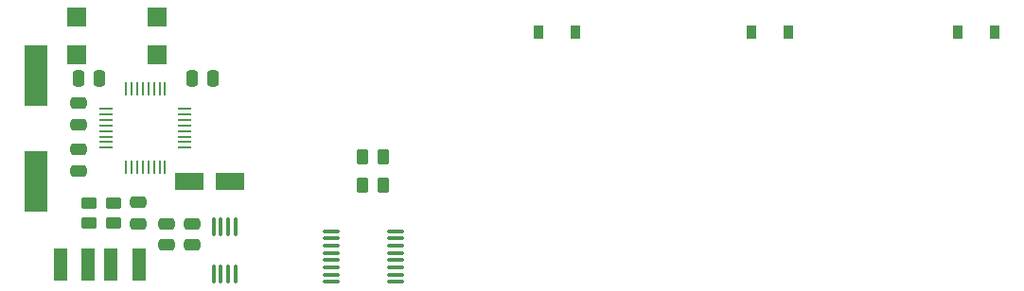
<source format=gbr>
%TF.GenerationSoftware,KiCad,Pcbnew,(6.0.7)*%
%TF.CreationDate,2022-08-19T11:16:44-06:00*%
%TF.ProjectId,ogx360,6f677833-3630-42e6-9b69-6361645f7063,rev?*%
%TF.SameCoordinates,Original*%
%TF.FileFunction,Paste,Top*%
%TF.FilePolarity,Positive*%
%FSLAX46Y46*%
G04 Gerber Fmt 4.6, Leading zero omitted, Abs format (unit mm)*
G04 Created by KiCad (PCBNEW (6.0.7)) date 2022-08-19 11:16:44*
%MOMM*%
%LPD*%
G01*
G04 APERTURE LIST*
G04 Aperture macros list*
%AMRoundRect*
0 Rectangle with rounded corners*
0 $1 Rounding radius*
0 $2 $3 $4 $5 $6 $7 $8 $9 X,Y pos of 4 corners*
0 Add a 4 corners polygon primitive as box body*
4,1,4,$2,$3,$4,$5,$6,$7,$8,$9,$2,$3,0*
0 Add four circle primitives for the rounded corners*
1,1,$1+$1,$2,$3*
1,1,$1+$1,$4,$5*
1,1,$1+$1,$6,$7*
1,1,$1+$1,$8,$9*
0 Add four rect primitives between the rounded corners*
20,1,$1+$1,$2,$3,$4,$5,0*
20,1,$1+$1,$4,$5,$6,$7,0*
20,1,$1+$1,$6,$7,$8,$9,0*
20,1,$1+$1,$8,$9,$2,$3,0*%
G04 Aperture macros list end*
%ADD10RoundRect,0.250000X-1.050000X-0.550000X1.050000X-0.550000X1.050000X0.550000X-1.050000X0.550000X0*%
%ADD11R,0.254000X1.143000*%
%ADD12R,1.143000X0.254000*%
%ADD13RoundRect,0.250000X-0.262500X-0.450000X0.262500X-0.450000X0.262500X0.450000X-0.262500X0.450000X0*%
%ADD14R,0.900000X1.200000*%
%ADD15RoundRect,0.250000X0.475000X-0.250000X0.475000X0.250000X-0.475000X0.250000X-0.475000X-0.250000X0*%
%ADD16R,1.250000X3.000000*%
%ADD17RoundRect,0.250000X0.250000X0.475000X-0.250000X0.475000X-0.250000X-0.475000X0.250000X-0.475000X0*%
%ADD18RoundRect,0.100000X-0.100000X0.712500X-0.100000X-0.712500X0.100000X-0.712500X0.100000X0.712500X0*%
%ADD19RoundRect,0.250000X-0.475000X0.250000X-0.475000X-0.250000X0.475000X-0.250000X0.475000X0.250000X0*%
%ADD20R,1.778000X1.778000*%
%ADD21R,1.778000X1.779000*%
%ADD22RoundRect,0.250000X-0.450000X0.262500X-0.450000X-0.262500X0.450000X-0.262500X0.450000X0.262500X0*%
%ADD23R,2.000000X5.500000*%
%ADD24RoundRect,0.100000X-0.637500X-0.100000X0.637500X-0.100000X0.637500X0.100000X-0.637500X0.100000X0*%
%ADD25RoundRect,0.250000X-0.250000X-0.475000X0.250000X-0.475000X0.250000X0.475000X-0.250000X0.475000X0*%
G04 APERTURE END LIST*
D10*
%TO.C,C6*%
X115916100Y-104273700D03*
X119516100Y-104273700D03*
%TD*%
D11*
%TO.C,U1*%
X110251100Y-103011200D03*
X110751100Y-103011200D03*
X111251100Y-103011200D03*
X111751100Y-103011200D03*
X112251100Y-103011200D03*
X112751100Y-103011200D03*
X113251100Y-103011200D03*
X113751100Y-103011200D03*
D12*
X115501100Y-101261200D03*
X115501100Y-100761200D03*
X115501100Y-100261200D03*
X115501100Y-99761200D03*
X115501100Y-99261200D03*
X115501100Y-98761200D03*
X115501100Y-98261200D03*
X115501100Y-97761200D03*
D11*
X113751100Y-96011200D03*
X113251100Y-96011200D03*
X112751100Y-96011200D03*
X112251100Y-96011200D03*
X111751100Y-96011200D03*
X111251100Y-96011200D03*
X110751100Y-96011200D03*
X110251100Y-96011200D03*
D12*
X108501100Y-97761200D03*
X108501100Y-98261200D03*
X108501100Y-98761200D03*
X108501100Y-99261200D03*
X108501100Y-99761200D03*
X108501100Y-100261200D03*
X108501100Y-100761200D03*
X108501100Y-101261200D03*
%TD*%
D13*
%TO.C,R3*%
X131408600Y-104591200D03*
X133233600Y-104591200D03*
%TD*%
D14*
%TO.C,D2*%
X169531100Y-90938700D03*
X166231100Y-90938700D03*
%TD*%
D15*
%TO.C,C2*%
X105968600Y-103318700D03*
X105968600Y-101418700D03*
%TD*%
D16*
%TO.C,J1*%
X104389000Y-111736600D03*
X106889000Y-111736600D03*
X108889000Y-111736600D03*
X111389000Y-111736600D03*
%TD*%
D17*
%TO.C,C5*%
X107871100Y-95066200D03*
X105971100Y-95066200D03*
%TD*%
D13*
%TO.C,R4*%
X131408600Y-102051200D03*
X133233600Y-102051200D03*
%TD*%
D18*
%TO.C,U3*%
X120040000Y-108384100D03*
X119390000Y-108384100D03*
X118740000Y-108384100D03*
X118090000Y-108384100D03*
X118090000Y-112609100D03*
X118740000Y-112609100D03*
X119390000Y-112609100D03*
X120040000Y-112609100D03*
%TD*%
D14*
%TO.C,D3*%
X187946100Y-90938700D03*
X184646100Y-90938700D03*
%TD*%
D19*
%TO.C,C3*%
X105968600Y-97291200D03*
X105968600Y-99191200D03*
%TD*%
%TO.C,C8*%
X116128600Y-108086200D03*
X116128600Y-109986200D03*
%TD*%
%TO.C,C7*%
X113906100Y-108086200D03*
X113906100Y-109986200D03*
%TD*%
%TO.C,C4*%
X111366100Y-106181200D03*
X111366100Y-108081200D03*
%TD*%
D20*
%TO.C,SW1*%
X105861100Y-92956200D03*
X113061100Y-92956200D03*
X105861100Y-89556200D03*
D21*
X113061100Y-89556200D03*
%TD*%
D22*
%TO.C,R1*%
X109143600Y-106218700D03*
X109143600Y-108043700D03*
%TD*%
D14*
%TO.C,D1*%
X150481100Y-90938700D03*
X147181100Y-90938700D03*
%TD*%
D23*
%TO.C,Y1*%
X102158600Y-104261200D03*
X102158600Y-94761200D03*
%TD*%
D24*
%TO.C,U2*%
X128648500Y-108729600D03*
X128648500Y-109379600D03*
X128648500Y-110029600D03*
X128648500Y-110679600D03*
X128648500Y-111329600D03*
X128648500Y-111979600D03*
X128648500Y-112629600D03*
X128648500Y-113279600D03*
X134373500Y-113279600D03*
X134373500Y-112629600D03*
X134373500Y-111979600D03*
X134373500Y-111329600D03*
X134373500Y-110679600D03*
X134373500Y-110029600D03*
X134373500Y-109379600D03*
X134373500Y-108729600D03*
%TD*%
D25*
%TO.C,C1*%
X116131100Y-95066200D03*
X118031100Y-95066200D03*
%TD*%
D22*
%TO.C,R2*%
X106921100Y-106218700D03*
X106921100Y-108043700D03*
%TD*%
M02*

</source>
